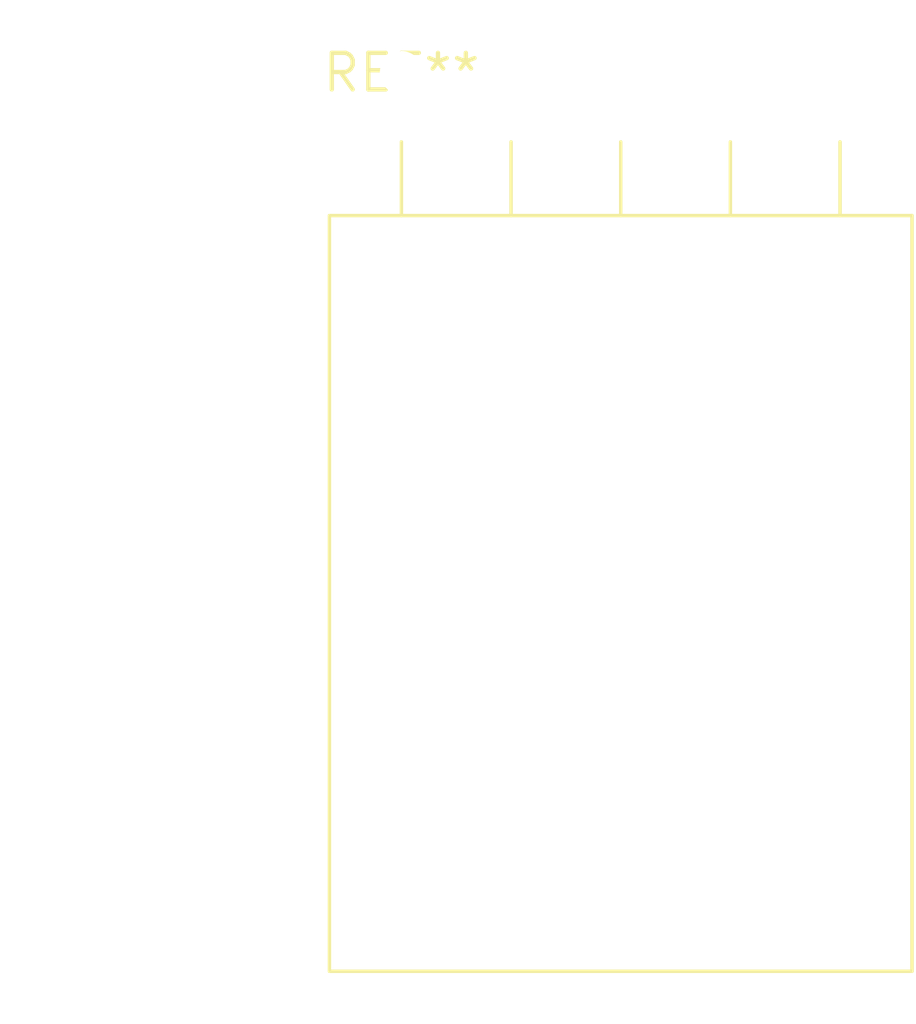
<source format=kicad_pcb>
(kicad_pcb (version 20240108) (generator pcbnew)
  (layers (0 "F.Cu" signal) (31 "B.Cu" signal) (34 "B.Paste" user) (35 "F.Paste" user) (36 "B.SilkS" user "B.Silkscreen") (37 "F.SilkS" user "F.Silkscreen") (38 "B.Mask" user) (39 "F.Mask" user) (44 "Edge.Cuts" user))
  (net 0 "")
  (footprint "TO-264-5_Horizontal_TabUp" (layer "F.Cu") (at 0 0)
    (property "Reference" "REF**")
    (property "Value" "TO-264-5_Horizontal_TabUp")
    (fp_line (start -2.5 4.96) (end -2.5 31.2) (layer "F.SilkS") (stroke (width 0.12)))
    (fp_line (start -2.5 4.96) (end 17.74 4.96) (layer "F.SilkS") (stroke (width 0.12)))
    (fp_line (start -2.5 31.2) (end 17.74 31.2) (layer "F.SilkS") (stroke (width 0.12)))
    (fp_line (start 0 2.4) (end 0 4.96) (layer "F.SilkS") (stroke (width 0.12)))
    (fp_line (start 3.81 2.4) (end 3.81 4.96) (layer "F.SilkS") (stroke (width 0.12)))
    (fp_line (start 7.62 2.4) (end 7.62 4.96) (layer "F.SilkS") (stroke (width 0.12)))
    (fp_line (start 11.43 2.4) (end 11.43 4.96) (layer "F.SilkS") (stroke (width 0.12)))
    (fp_line (start 15.24 2.4) (end 15.24 4.96) (layer "F.SilkS") (stroke (width 0.12)))
    (fp_line (start 17.74 4.96) (end 17.74 31.2) (layer "F.SilkS") (stroke (width 0.12)))
    (pad "" np_thru_hole oval (at 7.62 25.08) (size 3.3 3.3) (drill 3.3) (layers *.Cu *.Mask))
    (pad "1" thru_hole rect (at 0 0) (size 2.5 4.5) (drill 1.5) (layers *.Cu *.Mask) (remove_unused_layers))
    (pad "2" thru_hole oval (at 3.81 0) (size 2.5 4.5) (drill 1.5) (layers *.Cu *.Mask) (remove_unused_layers))
    (pad "3" thru_hole oval (at 7.62 0) (size 2.5 4.5) (drill 1.5) (layers *.Cu *.Mask) (remove_unused_layers))
    (pad "4" thru_hole oval (at 11.43 0) (size 2.5 4.5) (drill 1.5) (layers *.Cu *.Mask) (remove_unused_layers))
    (pad "5" thru_hole oval (at 15.24 0) (size 2.5 4.5) (drill 1.5) (layers *.Cu *.Mask) (remove_unused_layers))
  )
)
</source>
